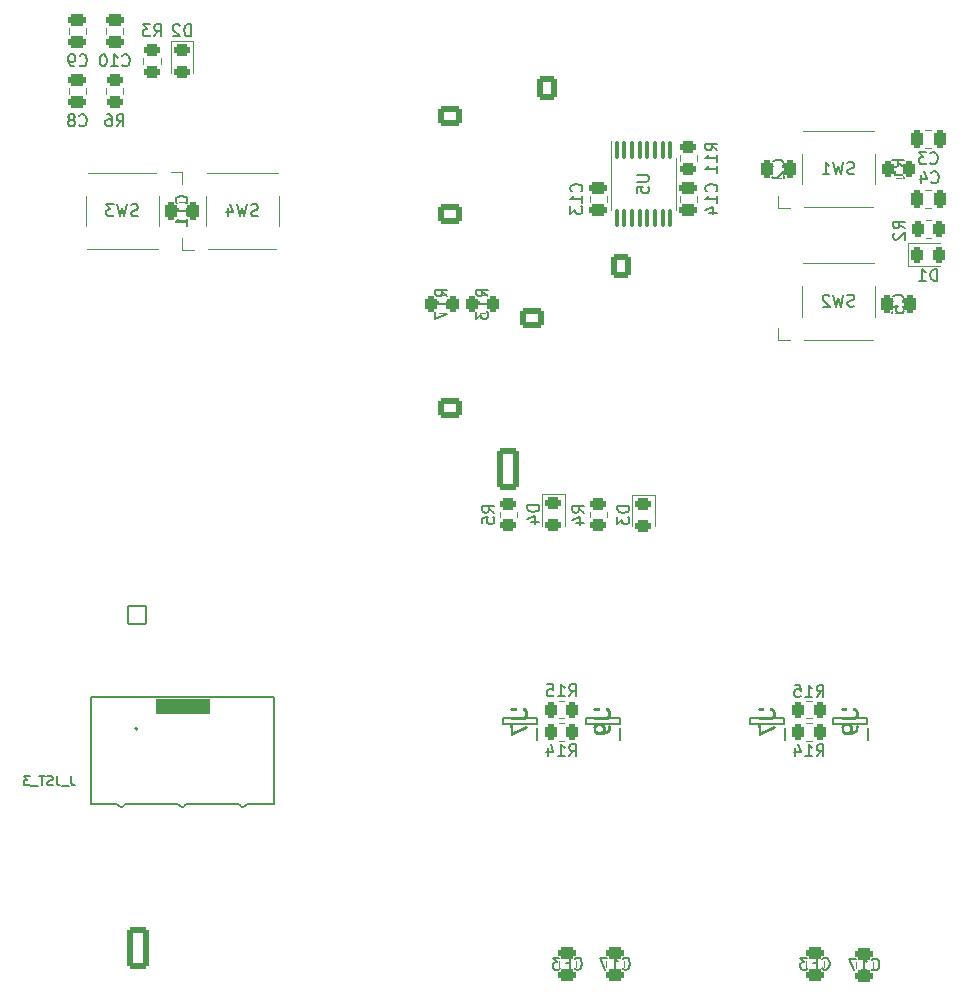
<source format=gbr>
G04 #@! TF.GenerationSoftware,KiCad,Pcbnew,6.0.11+dfsg-1*
G04 #@! TF.CreationDate,2024-10-22T12:29:11+02:00*
G04 #@! TF.ProjectId,kaarten_shieter,6b616172-7465-46e5-9f73-686965746572,rev?*
G04 #@! TF.SameCoordinates,Original*
G04 #@! TF.FileFunction,Legend,Bot*
G04 #@! TF.FilePolarity,Positive*
%FSLAX46Y46*%
G04 Gerber Fmt 4.6, Leading zero omitted, Abs format (unit mm)*
G04 Created by KiCad (PCBNEW 6.0.11+dfsg-1) date 2024-10-22 12:29:11*
%MOMM*%
%LPD*%
G01*
G04 APERTURE LIST*
G04 Aperture macros list*
%AMRoundRect*
0 Rectangle with rounded corners*
0 $1 Rounding radius*
0 $2 $3 $4 $5 $6 $7 $8 $9 X,Y pos of 4 corners*
0 Add a 4 corners polygon primitive as box body*
4,1,4,$2,$3,$4,$5,$6,$7,$8,$9,$2,$3,0*
0 Add four circle primitives for the rounded corners*
1,1,$1+$1,$2,$3*
1,1,$1+$1,$4,$5*
1,1,$1+$1,$6,$7*
1,1,$1+$1,$8,$9*
0 Add four rect primitives between the rounded corners*
20,1,$1+$1,$2,$3,$4,$5,0*
20,1,$1+$1,$4,$5,$6,$7,0*
20,1,$1+$1,$6,$7,$8,$9,0*
20,1,$1+$1,$8,$9,$2,$3,0*%
G04 Aperture macros list end*
%ADD10C,0.150000*%
%ADD11C,0.254000*%
%ADD12C,0.120000*%
%ADD13C,0.200000*%
%ADD14C,0.010000*%
%ADD15R,1.700000X1.700000*%
%ADD16O,1.700000X1.700000*%
%ADD17C,0.500000*%
%ADD18R,1.600000X1.600000*%
%ADD19C,1.600000*%
%ADD20RoundRect,0.250000X-0.650000X-1.550000X0.650000X-1.550000X0.650000X1.550000X-0.650000X1.550000X0*%
%ADD21O,1.800000X3.600000*%
%ADD22C,1.982000*%
%ADD23C,2.490000*%
%ADD24C,1.734000*%
%ADD25RoundRect,0.102000X-0.754000X-0.754000X0.754000X-0.754000X0.754000X0.754000X-0.754000X0.754000X0*%
%ADD26C,1.712000*%
%ADD27C,3.204000*%
%ADD28RoundRect,0.250000X-0.600000X-0.725000X0.600000X-0.725000X0.600000X0.725000X-0.600000X0.725000X0*%
%ADD29O,1.700000X1.950000*%
%ADD30RoundRect,0.250000X0.725000X-0.600000X0.725000X0.600000X-0.725000X0.600000X-0.725000X-0.600000X0*%
%ADD31O,1.950000X1.700000*%
%ADD32O,1.404000X2.604000*%
%ADD33O,1.254000X2.304000*%
%ADD34RoundRect,0.250000X-0.600000X-0.750000X0.600000X-0.750000X0.600000X0.750000X-0.600000X0.750000X0*%
%ADD35O,1.700000X2.000000*%
%ADD36RoundRect,0.250000X0.750000X-0.600000X0.750000X0.600000X-0.750000X0.600000X-0.750000X-0.600000X0*%
%ADD37O,2.000000X1.700000*%
%ADD38C,1.854000*%
%ADD39RoundRect,0.250000X0.250000X0.475000X-0.250000X0.475000X-0.250000X-0.475000X0.250000X-0.475000X0*%
%ADD40RoundRect,0.243750X-0.243750X-0.456250X0.243750X-0.456250X0.243750X0.456250X-0.243750X0.456250X0*%
%ADD41RoundRect,0.250000X0.262500X0.450000X-0.262500X0.450000X-0.262500X-0.450000X0.262500X-0.450000X0*%
%ADD42RoundRect,0.250000X-0.250000X-0.475000X0.250000X-0.475000X0.250000X0.475000X-0.250000X0.475000X0*%
%ADD43RoundRect,0.250000X0.475000X-0.250000X0.475000X0.250000X-0.475000X0.250000X-0.475000X-0.250000X0*%
%ADD44R,1.600000X1.400000*%
%ADD45RoundRect,0.250000X-0.450000X0.262500X-0.450000X-0.262500X0.450000X-0.262500X0.450000X0.262500X0*%
%ADD46RoundRect,0.250000X-0.262500X-0.450000X0.262500X-0.450000X0.262500X0.450000X-0.262500X0.450000X0*%
%ADD47R,0.600000X1.050000*%
%ADD48RoundRect,0.250000X-0.475000X0.250000X-0.475000X-0.250000X0.475000X-0.250000X0.475000X0.250000X0*%
%ADD49RoundRect,0.100000X-0.100000X0.637500X-0.100000X-0.637500X0.100000X-0.637500X0.100000X0.637500X0*%
%ADD50RoundRect,0.243750X-0.456250X0.243750X-0.456250X-0.243750X0.456250X-0.243750X0.456250X0.243750X0*%
G04 APERTURE END LIST*
D10*
X99098142Y-49617333D02*
X99145761Y-49569714D01*
X99193380Y-49426857D01*
X99193380Y-49331619D01*
X99145761Y-49188761D01*
X99050523Y-49093523D01*
X98955285Y-49045904D01*
X98764809Y-48998285D01*
X98621952Y-48998285D01*
X98431476Y-49045904D01*
X98336238Y-49093523D01*
X98241000Y-49188761D01*
X98193380Y-49331619D01*
X98193380Y-49426857D01*
X98241000Y-49569714D01*
X98288619Y-49617333D01*
X98288619Y-49998285D02*
X98241000Y-50045904D01*
X98193380Y-50141142D01*
X98193380Y-50379238D01*
X98241000Y-50474476D01*
X98288619Y-50522095D01*
X98383857Y-50569714D01*
X98479095Y-50569714D01*
X98621952Y-50522095D01*
X99193380Y-49950666D01*
X99193380Y-50569714D01*
X109258142Y-61047333D02*
X109305761Y-60999714D01*
X109353380Y-60856857D01*
X109353380Y-60761619D01*
X109305761Y-60618761D01*
X109210523Y-60523523D01*
X109115285Y-60475904D01*
X108924809Y-60428285D01*
X108781952Y-60428285D01*
X108591476Y-60475904D01*
X108496238Y-60523523D01*
X108401000Y-60618761D01*
X108353380Y-60761619D01*
X108353380Y-60856857D01*
X108401000Y-60999714D01*
X108448619Y-61047333D01*
X108353380Y-61952095D02*
X108353380Y-61475904D01*
X108829571Y-61428285D01*
X108781952Y-61475904D01*
X108734333Y-61571142D01*
X108734333Y-61809238D01*
X108781952Y-61904476D01*
X108829571Y-61952095D01*
X108924809Y-61999714D01*
X109162904Y-61999714D01*
X109258142Y-61952095D01*
X109305761Y-61904476D01*
X109353380Y-61809238D01*
X109353380Y-61571142D01*
X109305761Y-61475904D01*
X109258142Y-61428285D01*
X38856666Y-101182904D02*
X38856666Y-101754333D01*
X38894761Y-101868619D01*
X38970952Y-101944809D01*
X39085238Y-101982904D01*
X39161428Y-101982904D01*
X38666190Y-102059095D02*
X38056666Y-102059095D01*
X37637619Y-101182904D02*
X37637619Y-101754333D01*
X37675714Y-101868619D01*
X37751904Y-101944809D01*
X37866190Y-101982904D01*
X37942380Y-101982904D01*
X37294761Y-101944809D02*
X37180476Y-101982904D01*
X36990000Y-101982904D01*
X36913809Y-101944809D01*
X36875714Y-101906714D01*
X36837619Y-101830523D01*
X36837619Y-101754333D01*
X36875714Y-101678142D01*
X36913809Y-101640047D01*
X36990000Y-101601952D01*
X37142380Y-101563857D01*
X37218571Y-101525761D01*
X37256666Y-101487666D01*
X37294761Y-101411476D01*
X37294761Y-101335285D01*
X37256666Y-101259095D01*
X37218571Y-101221000D01*
X37142380Y-101182904D01*
X36951904Y-101182904D01*
X36837619Y-101221000D01*
X36609047Y-101182904D02*
X36151904Y-101182904D01*
X36380476Y-101982904D02*
X36380476Y-101182904D01*
X36075714Y-102059095D02*
X35466190Y-102059095D01*
X35351904Y-101182904D02*
X34856666Y-101182904D01*
X35123333Y-101487666D01*
X35009047Y-101487666D01*
X34932857Y-101525761D01*
X34894761Y-101563857D01*
X34856666Y-101640047D01*
X34856666Y-101830523D01*
X34894761Y-101906714D01*
X34932857Y-101944809D01*
X35009047Y-101982904D01*
X35237619Y-101982904D01*
X35313809Y-101944809D01*
X35351904Y-101906714D01*
X112179095Y-59253591D02*
X112179095Y-58253591D01*
X111941000Y-58253591D01*
X111798142Y-58301211D01*
X111702904Y-58396449D01*
X111655285Y-58491687D01*
X111607666Y-58682163D01*
X111607666Y-58825020D01*
X111655285Y-59015496D01*
X111702904Y-59110734D01*
X111798142Y-59205972D01*
X111941000Y-59253591D01*
X112179095Y-59253591D01*
X110655285Y-59253591D02*
X111226714Y-59253591D01*
X110941000Y-59253591D02*
X110941000Y-58253591D01*
X111036238Y-58396449D01*
X111131476Y-58491687D01*
X111226714Y-58539306D01*
X101988857Y-99512380D02*
X102322190Y-99036190D01*
X102560285Y-99512380D02*
X102560285Y-98512380D01*
X102179333Y-98512380D01*
X102084095Y-98560000D01*
X102036476Y-98607619D01*
X101988857Y-98702857D01*
X101988857Y-98845714D01*
X102036476Y-98940952D01*
X102084095Y-98988571D01*
X102179333Y-99036190D01*
X102560285Y-99036190D01*
X101036476Y-99512380D02*
X101607904Y-99512380D01*
X101322190Y-99512380D02*
X101322190Y-98512380D01*
X101417428Y-98655238D01*
X101512666Y-98750476D01*
X101607904Y-98798095D01*
X100179333Y-98845714D02*
X100179333Y-99512380D01*
X100417428Y-98464761D02*
X100655523Y-99179047D01*
X100036476Y-99179047D01*
X111697666Y-50903353D02*
X111745285Y-50950972D01*
X111888142Y-50998591D01*
X111983380Y-50998591D01*
X112126238Y-50950972D01*
X112221476Y-50855734D01*
X112269095Y-50760496D01*
X112316714Y-50570020D01*
X112316714Y-50427163D01*
X112269095Y-50236687D01*
X112221476Y-50141449D01*
X112126238Y-50046211D01*
X111983380Y-49998591D01*
X111888142Y-49998591D01*
X111745285Y-50046211D01*
X111697666Y-50093830D01*
X110840523Y-50331925D02*
X110840523Y-50998591D01*
X111078619Y-49950972D02*
X111316714Y-50665258D01*
X110697666Y-50665258D01*
X39576666Y-40997142D02*
X39624285Y-41044761D01*
X39767142Y-41092380D01*
X39862380Y-41092380D01*
X40005238Y-41044761D01*
X40100476Y-40949523D01*
X40148095Y-40854285D01*
X40195714Y-40663809D01*
X40195714Y-40520952D01*
X40148095Y-40330476D01*
X40100476Y-40235238D01*
X40005238Y-40140000D01*
X39862380Y-40092380D01*
X39767142Y-40092380D01*
X39624285Y-40140000D01*
X39576666Y-40187619D01*
X39100476Y-41092380D02*
X38910000Y-41092380D01*
X38814761Y-41044761D01*
X38767142Y-40997142D01*
X38671904Y-40854285D01*
X38624285Y-40663809D01*
X38624285Y-40282857D01*
X38671904Y-40187619D01*
X38719523Y-40140000D01*
X38814761Y-40092380D01*
X39005238Y-40092380D01*
X39100476Y-40140000D01*
X39148095Y-40187619D01*
X39195714Y-40282857D01*
X39195714Y-40520952D01*
X39148095Y-40616190D01*
X39100476Y-40663809D01*
X39005238Y-40711428D01*
X38814761Y-40711428D01*
X38719523Y-40663809D01*
X38671904Y-40616190D01*
X38624285Y-40520952D01*
X44513333Y-53744761D02*
X44370476Y-53792380D01*
X44132380Y-53792380D01*
X44037142Y-53744761D01*
X43989523Y-53697142D01*
X43941904Y-53601904D01*
X43941904Y-53506666D01*
X43989523Y-53411428D01*
X44037142Y-53363809D01*
X44132380Y-53316190D01*
X44322857Y-53268571D01*
X44418095Y-53220952D01*
X44465714Y-53173333D01*
X44513333Y-53078095D01*
X44513333Y-52982857D01*
X44465714Y-52887619D01*
X44418095Y-52840000D01*
X44322857Y-52792380D01*
X44084761Y-52792380D01*
X43941904Y-52840000D01*
X43608571Y-52792380D02*
X43370476Y-53792380D01*
X43180000Y-53078095D01*
X42989523Y-53792380D01*
X42751428Y-52792380D01*
X42465714Y-52792380D02*
X41846666Y-52792380D01*
X42180000Y-53173333D01*
X42037142Y-53173333D01*
X41941904Y-53220952D01*
X41894285Y-53268571D01*
X41846666Y-53363809D01*
X41846666Y-53601904D01*
X41894285Y-53697142D01*
X41941904Y-53744761D01*
X42037142Y-53792380D01*
X42322857Y-53792380D01*
X42418095Y-53744761D01*
X42465714Y-53697142D01*
X74683380Y-78892333D02*
X74207190Y-78559000D01*
X74683380Y-78320904D02*
X73683380Y-78320904D01*
X73683380Y-78701857D01*
X73731000Y-78797095D01*
X73778619Y-78844714D01*
X73873857Y-78892333D01*
X74016714Y-78892333D01*
X74111952Y-78844714D01*
X74159571Y-78797095D01*
X74207190Y-78701857D01*
X74207190Y-78320904D01*
X73683380Y-79797095D02*
X73683380Y-79320904D01*
X74159571Y-79273285D01*
X74111952Y-79320904D01*
X74064333Y-79416142D01*
X74064333Y-79654238D01*
X74111952Y-79749476D01*
X74159571Y-79797095D01*
X74254809Y-79844714D01*
X74492904Y-79844714D01*
X74588142Y-79797095D01*
X74635761Y-79749476D01*
X74683380Y-79654238D01*
X74683380Y-79416142D01*
X74635761Y-79320904D01*
X74588142Y-79273285D01*
X70705880Y-60571142D02*
X70229690Y-60237809D01*
X70705880Y-59999714D02*
X69705880Y-59999714D01*
X69705880Y-60380666D01*
X69753500Y-60475904D01*
X69801119Y-60523523D01*
X69896357Y-60571142D01*
X70039214Y-60571142D01*
X70134452Y-60523523D01*
X70182071Y-60475904D01*
X70229690Y-60380666D01*
X70229690Y-59999714D01*
X70705880Y-61523523D02*
X70705880Y-60952095D01*
X70705880Y-61237809D02*
X69705880Y-61237809D01*
X69848738Y-61142571D01*
X69943976Y-61047333D01*
X69991595Y-60952095D01*
X69705880Y-61856857D02*
X69705880Y-62523523D01*
X70705880Y-62094952D01*
X54673333Y-53744761D02*
X54530476Y-53792380D01*
X54292380Y-53792380D01*
X54197142Y-53744761D01*
X54149523Y-53697142D01*
X54101904Y-53601904D01*
X54101904Y-53506666D01*
X54149523Y-53411428D01*
X54197142Y-53363809D01*
X54292380Y-53316190D01*
X54482857Y-53268571D01*
X54578095Y-53220952D01*
X54625714Y-53173333D01*
X54673333Y-53078095D01*
X54673333Y-52982857D01*
X54625714Y-52887619D01*
X54578095Y-52840000D01*
X54482857Y-52792380D01*
X54244761Y-52792380D01*
X54101904Y-52840000D01*
X53768571Y-52792380D02*
X53530476Y-53792380D01*
X53340000Y-53078095D01*
X53149523Y-53792380D01*
X52911428Y-52792380D01*
X52101904Y-53125714D02*
X52101904Y-53792380D01*
X52340000Y-52744761D02*
X52578095Y-53459047D01*
X51959047Y-53459047D01*
X45886666Y-38552380D02*
X46220000Y-38076190D01*
X46458095Y-38552380D02*
X46458095Y-37552380D01*
X46077142Y-37552380D01*
X45981904Y-37600000D01*
X45934285Y-37647619D01*
X45886666Y-37742857D01*
X45886666Y-37885714D01*
X45934285Y-37980952D01*
X45981904Y-38028571D01*
X46077142Y-38076190D01*
X46458095Y-38076190D01*
X45553333Y-37552380D02*
X44934285Y-37552380D01*
X45267619Y-37933333D01*
X45124761Y-37933333D01*
X45029523Y-37980952D01*
X44981904Y-38028571D01*
X44934285Y-38123809D01*
X44934285Y-38361904D01*
X44981904Y-38457142D01*
X45029523Y-38504761D01*
X45124761Y-38552380D01*
X45410476Y-38552380D01*
X45505714Y-38504761D01*
X45553333Y-38457142D01*
X48617142Y-52697142D02*
X48664761Y-52649523D01*
X48712380Y-52506666D01*
X48712380Y-52411428D01*
X48664761Y-52268571D01*
X48569523Y-52173333D01*
X48474285Y-52125714D01*
X48283809Y-52078095D01*
X48140952Y-52078095D01*
X47950476Y-52125714D01*
X47855238Y-52173333D01*
X47760000Y-52268571D01*
X47712380Y-52411428D01*
X47712380Y-52506666D01*
X47760000Y-52649523D01*
X47807619Y-52697142D01*
X48712380Y-53649523D02*
X48712380Y-53078095D01*
X48712380Y-53363809D02*
X47712380Y-53363809D01*
X47855238Y-53268571D01*
X47950476Y-53173333D01*
X47998095Y-53078095D01*
X48712380Y-54601904D02*
X48712380Y-54030476D01*
X48712380Y-54316190D02*
X47712380Y-54316190D01*
X47855238Y-54220952D01*
X47950476Y-54125714D01*
X47998095Y-54030476D01*
X111607666Y-49281142D02*
X111655285Y-49328761D01*
X111798142Y-49376380D01*
X111893380Y-49376380D01*
X112036238Y-49328761D01*
X112131476Y-49233523D01*
X112179095Y-49138285D01*
X112226714Y-48947809D01*
X112226714Y-48804952D01*
X112179095Y-48614476D01*
X112131476Y-48519238D01*
X112036238Y-48424000D01*
X111893380Y-48376380D01*
X111798142Y-48376380D01*
X111655285Y-48424000D01*
X111607666Y-48471619D01*
X111274333Y-48376380D02*
X110655285Y-48376380D01*
X110988619Y-48757333D01*
X110845761Y-48757333D01*
X110750523Y-48804952D01*
X110702904Y-48852571D01*
X110655285Y-48947809D01*
X110655285Y-49185904D01*
X110702904Y-49281142D01*
X110750523Y-49328761D01*
X110845761Y-49376380D01*
X111131476Y-49376380D01*
X111226714Y-49328761D01*
X111274333Y-49281142D01*
D11*
X97094523Y-95552380D02*
X98122619Y-95552380D01*
X98243571Y-95612857D01*
X98304047Y-95673333D01*
X98364523Y-95794285D01*
X98364523Y-96036190D01*
X98304047Y-96157142D01*
X98243571Y-96217619D01*
X98122619Y-96278095D01*
X97094523Y-96278095D01*
X97094523Y-96761904D02*
X97094523Y-97608571D01*
X98364523Y-97064285D01*
D10*
X81033857Y-94437172D02*
X81367190Y-93960982D01*
X81605285Y-94437172D02*
X81605285Y-93437172D01*
X81224333Y-93437172D01*
X81129095Y-93484792D01*
X81081476Y-93532411D01*
X81033857Y-93627649D01*
X81033857Y-93770506D01*
X81081476Y-93865744D01*
X81129095Y-93913363D01*
X81224333Y-93960982D01*
X81605285Y-93960982D01*
X80081476Y-94437172D02*
X80652904Y-94437172D01*
X80367190Y-94437172D02*
X80367190Y-93437172D01*
X80462428Y-93580030D01*
X80557666Y-93675268D01*
X80652904Y-93722887D01*
X79176714Y-93437172D02*
X79652904Y-93437172D01*
X79700523Y-93913363D01*
X79652904Y-93865744D01*
X79557666Y-93818125D01*
X79319571Y-93818125D01*
X79224333Y-93865744D01*
X79176714Y-93913363D01*
X79129095Y-94008601D01*
X79129095Y-94246696D01*
X79176714Y-94341934D01*
X79224333Y-94389553D01*
X79319571Y-94437172D01*
X79557666Y-94437172D01*
X79652904Y-94389553D01*
X79700523Y-94341934D01*
X109443380Y-54824544D02*
X108967190Y-54491211D01*
X109443380Y-54253115D02*
X108443380Y-54253115D01*
X108443380Y-54634068D01*
X108491000Y-54729306D01*
X108538619Y-54776925D01*
X108633857Y-54824544D01*
X108776714Y-54824544D01*
X108871952Y-54776925D01*
X108919571Y-54729306D01*
X108967190Y-54634068D01*
X108967190Y-54253115D01*
X108538619Y-55205496D02*
X108491000Y-55253115D01*
X108443380Y-55348353D01*
X108443380Y-55586449D01*
X108491000Y-55681687D01*
X108538619Y-55729306D01*
X108633857Y-55776925D01*
X108729095Y-55776925D01*
X108871952Y-55729306D01*
X109443380Y-55157877D01*
X109443380Y-55776925D01*
X85562617Y-117476780D02*
X85610236Y-117524399D01*
X85753093Y-117572018D01*
X85848331Y-117572018D01*
X85991188Y-117524399D01*
X86086426Y-117429161D01*
X86134045Y-117333923D01*
X86181664Y-117143447D01*
X86181664Y-117000590D01*
X86134045Y-116810114D01*
X86086426Y-116714876D01*
X85991188Y-116619638D01*
X85848331Y-116572018D01*
X85753093Y-116572018D01*
X85610236Y-116619638D01*
X85562617Y-116667257D01*
X84610236Y-117572018D02*
X85181664Y-117572018D01*
X84895950Y-117572018D02*
X84895950Y-116572018D01*
X84991188Y-116714876D01*
X85086426Y-116810114D01*
X85181664Y-116857733D01*
X84276902Y-116572018D02*
X83610236Y-116572018D01*
X84038807Y-117572018D01*
X39556666Y-46077142D02*
X39604285Y-46124761D01*
X39747142Y-46172380D01*
X39842380Y-46172380D01*
X39985238Y-46124761D01*
X40080476Y-46029523D01*
X40128095Y-45934285D01*
X40175714Y-45743809D01*
X40175714Y-45600952D01*
X40128095Y-45410476D01*
X40080476Y-45315238D01*
X39985238Y-45220000D01*
X39842380Y-45172380D01*
X39747142Y-45172380D01*
X39604285Y-45220000D01*
X39556666Y-45267619D01*
X38985238Y-45600952D02*
X39080476Y-45553333D01*
X39128095Y-45505714D01*
X39175714Y-45410476D01*
X39175714Y-45362857D01*
X39128095Y-45267619D01*
X39080476Y-45220000D01*
X38985238Y-45172380D01*
X38794761Y-45172380D01*
X38699523Y-45220000D01*
X38651904Y-45267619D01*
X38604285Y-45362857D01*
X38604285Y-45410476D01*
X38651904Y-45505714D01*
X38699523Y-45553333D01*
X38794761Y-45600952D01*
X38985238Y-45600952D01*
X39080476Y-45648571D01*
X39128095Y-45696190D01*
X39175714Y-45791428D01*
X39175714Y-45981904D01*
X39128095Y-46077142D01*
X39080476Y-46124761D01*
X38985238Y-46172380D01*
X38794761Y-46172380D01*
X38699523Y-46124761D01*
X38651904Y-46077142D01*
X38604285Y-45981904D01*
X38604285Y-45791428D01*
X38651904Y-45696190D01*
X38699523Y-45648571D01*
X38794761Y-45600952D01*
X86763380Y-50292095D02*
X87572904Y-50292095D01*
X87668142Y-50339714D01*
X87715761Y-50387333D01*
X87763380Y-50482571D01*
X87763380Y-50673047D01*
X87715761Y-50768285D01*
X87668142Y-50815904D01*
X87572904Y-50863523D01*
X86763380Y-50863523D01*
X86763380Y-51815904D02*
X86763380Y-51339714D01*
X87239571Y-51292095D01*
X87191952Y-51339714D01*
X87144333Y-51434952D01*
X87144333Y-51673047D01*
X87191952Y-51768285D01*
X87239571Y-51815904D01*
X87334809Y-51863523D01*
X87572904Y-51863523D01*
X87668142Y-51815904D01*
X87715761Y-51768285D01*
X87763380Y-51673047D01*
X87763380Y-51434952D01*
X87715761Y-51339714D01*
X87668142Y-51292095D01*
X93473142Y-51681142D02*
X93520761Y-51633523D01*
X93568380Y-51490666D01*
X93568380Y-51395428D01*
X93520761Y-51252571D01*
X93425523Y-51157333D01*
X93330285Y-51109714D01*
X93139809Y-51062095D01*
X92996952Y-51062095D01*
X92806476Y-51109714D01*
X92711238Y-51157333D01*
X92616000Y-51252571D01*
X92568380Y-51395428D01*
X92568380Y-51490666D01*
X92616000Y-51633523D01*
X92663619Y-51681142D01*
X93568380Y-52633523D02*
X93568380Y-52062095D01*
X93568380Y-52347809D02*
X92568380Y-52347809D01*
X92711238Y-52252571D01*
X92806476Y-52157333D01*
X92854095Y-52062095D01*
X92901714Y-53490666D02*
X93568380Y-53490666D01*
X92520761Y-53252571D02*
X93235047Y-53014476D01*
X93235047Y-53633523D01*
X106648857Y-117549642D02*
X106696476Y-117597261D01*
X106839333Y-117644880D01*
X106934571Y-117644880D01*
X107077428Y-117597261D01*
X107172666Y-117502023D01*
X107220285Y-117406785D01*
X107267904Y-117216309D01*
X107267904Y-117073452D01*
X107220285Y-116882976D01*
X107172666Y-116787738D01*
X107077428Y-116692500D01*
X106934571Y-116644880D01*
X106839333Y-116644880D01*
X106696476Y-116692500D01*
X106648857Y-116740119D01*
X105696476Y-117644880D02*
X106267904Y-117644880D01*
X105982190Y-117644880D02*
X105982190Y-116644880D01*
X106077428Y-116787738D01*
X106172666Y-116882976D01*
X106267904Y-116930595D01*
X105363142Y-116644880D02*
X104696476Y-116644880D01*
X105125047Y-117644880D01*
X82303380Y-78892333D02*
X81827190Y-78559000D01*
X82303380Y-78320904D02*
X81303380Y-78320904D01*
X81303380Y-78701857D01*
X81351000Y-78797095D01*
X81398619Y-78844714D01*
X81493857Y-78892333D01*
X81636714Y-78892333D01*
X81731952Y-78844714D01*
X81779571Y-78797095D01*
X81827190Y-78701857D01*
X81827190Y-78320904D01*
X81636714Y-79749476D02*
X82303380Y-79749476D01*
X81255761Y-79511380D02*
X81970047Y-79273285D01*
X81970047Y-79892333D01*
X43197857Y-40997142D02*
X43245476Y-41044761D01*
X43388333Y-41092380D01*
X43483571Y-41092380D01*
X43626428Y-41044761D01*
X43721666Y-40949523D01*
X43769285Y-40854285D01*
X43816904Y-40663809D01*
X43816904Y-40520952D01*
X43769285Y-40330476D01*
X43721666Y-40235238D01*
X43626428Y-40140000D01*
X43483571Y-40092380D01*
X43388333Y-40092380D01*
X43245476Y-40140000D01*
X43197857Y-40187619D01*
X42245476Y-41092380D02*
X42816904Y-41092380D01*
X42531190Y-41092380D02*
X42531190Y-40092380D01*
X42626428Y-40235238D01*
X42721666Y-40330476D01*
X42816904Y-40378095D01*
X41626428Y-40092380D02*
X41531190Y-40092380D01*
X41435952Y-40140000D01*
X41388333Y-40187619D01*
X41340714Y-40282857D01*
X41293095Y-40473333D01*
X41293095Y-40711428D01*
X41340714Y-40901904D01*
X41388333Y-40997142D01*
X41435952Y-41044761D01*
X41531190Y-41092380D01*
X41626428Y-41092380D01*
X41721666Y-41044761D01*
X41769285Y-40997142D01*
X41816904Y-40901904D01*
X41864523Y-40711428D01*
X41864523Y-40473333D01*
X41816904Y-40282857D01*
X41769285Y-40187619D01*
X41721666Y-40140000D01*
X41626428Y-40092380D01*
X81033857Y-99512380D02*
X81367190Y-99036190D01*
X81605285Y-99512380D02*
X81605285Y-98512380D01*
X81224333Y-98512380D01*
X81129095Y-98560000D01*
X81081476Y-98607619D01*
X81033857Y-98702857D01*
X81033857Y-98845714D01*
X81081476Y-98940952D01*
X81129095Y-98988571D01*
X81224333Y-99036190D01*
X81605285Y-99036190D01*
X80081476Y-99512380D02*
X80652904Y-99512380D01*
X80367190Y-99512380D02*
X80367190Y-98512380D01*
X80462428Y-98655238D01*
X80557666Y-98750476D01*
X80652904Y-98798095D01*
X79224333Y-98845714D02*
X79224333Y-99512380D01*
X79462428Y-98464761D02*
X79700523Y-99179047D01*
X79081476Y-99179047D01*
X48998095Y-38552380D02*
X48998095Y-37552380D01*
X48760000Y-37552380D01*
X48617142Y-37600000D01*
X48521904Y-37695238D01*
X48474285Y-37790476D01*
X48426666Y-37980952D01*
X48426666Y-38123809D01*
X48474285Y-38314285D01*
X48521904Y-38409523D01*
X48617142Y-38504761D01*
X48760000Y-38552380D01*
X48998095Y-38552380D01*
X48045714Y-37647619D02*
X47998095Y-37600000D01*
X47902857Y-37552380D01*
X47664761Y-37552380D01*
X47569523Y-37600000D01*
X47521904Y-37647619D01*
X47474285Y-37742857D01*
X47474285Y-37838095D01*
X47521904Y-37980952D01*
X48093333Y-38552380D01*
X47474285Y-38552380D01*
X78493380Y-78255904D02*
X77493380Y-78255904D01*
X77493380Y-78494000D01*
X77541000Y-78636857D01*
X77636238Y-78732095D01*
X77731476Y-78779714D01*
X77921952Y-78827333D01*
X78064809Y-78827333D01*
X78255285Y-78779714D01*
X78350523Y-78732095D01*
X78445761Y-78636857D01*
X78493380Y-78494000D01*
X78493380Y-78255904D01*
X77826714Y-79684476D02*
X78493380Y-79684476D01*
X77445761Y-79446380D02*
X78160047Y-79208285D01*
X78160047Y-79827333D01*
X105154333Y-50188761D02*
X105011476Y-50236380D01*
X104773380Y-50236380D01*
X104678142Y-50188761D01*
X104630523Y-50141142D01*
X104582904Y-50045904D01*
X104582904Y-49950666D01*
X104630523Y-49855428D01*
X104678142Y-49807809D01*
X104773380Y-49760190D01*
X104963857Y-49712571D01*
X105059095Y-49664952D01*
X105106714Y-49617333D01*
X105154333Y-49522095D01*
X105154333Y-49426857D01*
X105106714Y-49331619D01*
X105059095Y-49284000D01*
X104963857Y-49236380D01*
X104725761Y-49236380D01*
X104582904Y-49284000D01*
X104249571Y-49236380D02*
X104011476Y-50236380D01*
X103821000Y-49522095D01*
X103630523Y-50236380D01*
X103392428Y-49236380D01*
X102487666Y-50236380D02*
X103059095Y-50236380D01*
X102773380Y-50236380D02*
X102773380Y-49236380D01*
X102868619Y-49379238D01*
X102963857Y-49474476D01*
X103059095Y-49522095D01*
D11*
X104124523Y-95552380D02*
X105152619Y-95552380D01*
X105273571Y-95612857D01*
X105334047Y-95673333D01*
X105394523Y-95794285D01*
X105394523Y-96036190D01*
X105334047Y-96157142D01*
X105273571Y-96217619D01*
X105152619Y-96278095D01*
X104124523Y-96278095D01*
X105394523Y-96943333D02*
X105394523Y-97185238D01*
X105334047Y-97306190D01*
X105273571Y-97366666D01*
X105092142Y-97487619D01*
X104850238Y-97548095D01*
X104366428Y-97548095D01*
X104245476Y-97487619D01*
X104185000Y-97427142D01*
X104124523Y-97306190D01*
X104124523Y-97064285D01*
X104185000Y-96943333D01*
X104245476Y-96882857D01*
X104366428Y-96822380D01*
X104668809Y-96822380D01*
X104789761Y-96882857D01*
X104850238Y-96943333D01*
X104910714Y-97064285D01*
X104910714Y-97306190D01*
X104850238Y-97427142D01*
X104789761Y-97487619D01*
X104668809Y-97548095D01*
D10*
X101988857Y-94477172D02*
X102322190Y-94000982D01*
X102560285Y-94477172D02*
X102560285Y-93477172D01*
X102179333Y-93477172D01*
X102084095Y-93524792D01*
X102036476Y-93572411D01*
X101988857Y-93667649D01*
X101988857Y-93810506D01*
X102036476Y-93905744D01*
X102084095Y-93953363D01*
X102179333Y-94000982D01*
X102560285Y-94000982D01*
X101036476Y-94477172D02*
X101607904Y-94477172D01*
X101322190Y-94477172D02*
X101322190Y-93477172D01*
X101417428Y-93620030D01*
X101512666Y-93715268D01*
X101607904Y-93762887D01*
X100131714Y-93477172D02*
X100607904Y-93477172D01*
X100655523Y-93953363D01*
X100607904Y-93905744D01*
X100512666Y-93858125D01*
X100274571Y-93858125D01*
X100179333Y-93905744D01*
X100131714Y-93953363D01*
X100084095Y-94048601D01*
X100084095Y-94286696D01*
X100131714Y-94381934D01*
X100179333Y-94429553D01*
X100274571Y-94477172D01*
X100512666Y-94477172D01*
X100607904Y-94429553D01*
X100655523Y-94381934D01*
X105154333Y-61388761D02*
X105011476Y-61436380D01*
X104773380Y-61436380D01*
X104678142Y-61388761D01*
X104630523Y-61341142D01*
X104582904Y-61245904D01*
X104582904Y-61150666D01*
X104630523Y-61055428D01*
X104678142Y-61007809D01*
X104773380Y-60960190D01*
X104963857Y-60912571D01*
X105059095Y-60864952D01*
X105106714Y-60817333D01*
X105154333Y-60722095D01*
X105154333Y-60626857D01*
X105106714Y-60531619D01*
X105059095Y-60484000D01*
X104963857Y-60436380D01*
X104725761Y-60436380D01*
X104582904Y-60484000D01*
X104249571Y-60436380D02*
X104011476Y-61436380D01*
X103821000Y-60722095D01*
X103630523Y-61436380D01*
X103392428Y-60436380D01*
X103059095Y-60531619D02*
X103011476Y-60484000D01*
X102916238Y-60436380D01*
X102678142Y-60436380D01*
X102582904Y-60484000D01*
X102535285Y-60531619D01*
X102487666Y-60626857D01*
X102487666Y-60722095D01*
X102535285Y-60864952D01*
X103106714Y-61436380D01*
X102487666Y-61436380D01*
X93568380Y-48211142D02*
X93092190Y-47877809D01*
X93568380Y-47639714D02*
X92568380Y-47639714D01*
X92568380Y-48020666D01*
X92616000Y-48115904D01*
X92663619Y-48163523D01*
X92758857Y-48211142D01*
X92901714Y-48211142D01*
X92996952Y-48163523D01*
X93044571Y-48115904D01*
X93092190Y-48020666D01*
X93092190Y-47639714D01*
X93568380Y-49163523D02*
X93568380Y-48592095D01*
X93568380Y-48877809D02*
X92568380Y-48877809D01*
X92711238Y-48782571D01*
X92806476Y-48687333D01*
X92854095Y-48592095D01*
X93568380Y-50115904D02*
X93568380Y-49544476D01*
X93568380Y-49830190D02*
X92568380Y-49830190D01*
X92711238Y-49734952D01*
X92806476Y-49639714D01*
X92854095Y-49544476D01*
X109353380Y-49617333D02*
X108877190Y-49284000D01*
X109353380Y-49045904D02*
X108353380Y-49045904D01*
X108353380Y-49426857D01*
X108401000Y-49522095D01*
X108448619Y-49569714D01*
X108543857Y-49617333D01*
X108686714Y-49617333D01*
X108781952Y-49569714D01*
X108829571Y-49522095D01*
X108877190Y-49426857D01*
X108877190Y-49045904D01*
X109353380Y-50569714D02*
X109353380Y-49998285D01*
X109353380Y-50284000D02*
X108353380Y-50284000D01*
X108496238Y-50188761D01*
X108591476Y-50093523D01*
X108639095Y-49998285D01*
X81498807Y-117476779D02*
X81546426Y-117524398D01*
X81689283Y-117572017D01*
X81784521Y-117572017D01*
X81927379Y-117524398D01*
X82022617Y-117429160D01*
X82070236Y-117333922D01*
X82117855Y-117143446D01*
X82117855Y-117000589D01*
X82070236Y-116810113D01*
X82022617Y-116714875D01*
X81927379Y-116619637D01*
X81784521Y-116572017D01*
X81689283Y-116572017D01*
X81546426Y-116619637D01*
X81498807Y-116667256D01*
X81070236Y-117048208D02*
X80736902Y-117048208D01*
X80594045Y-117572017D02*
X81070236Y-117572017D01*
X81070236Y-116572017D01*
X80594045Y-116572017D01*
X80260712Y-116572017D02*
X79641664Y-116572017D01*
X79974998Y-116952970D01*
X79832140Y-116952970D01*
X79736902Y-117000589D01*
X79689283Y-117048208D01*
X79641664Y-117143446D01*
X79641664Y-117381541D01*
X79689283Y-117476779D01*
X79736902Y-117524398D01*
X79832140Y-117572017D01*
X80117855Y-117572017D01*
X80213093Y-117524398D01*
X80260712Y-117476779D01*
X86113380Y-78320904D02*
X85113380Y-78320904D01*
X85113380Y-78559000D01*
X85161000Y-78701857D01*
X85256238Y-78797095D01*
X85351476Y-78844714D01*
X85541952Y-78892333D01*
X85684809Y-78892333D01*
X85875285Y-78844714D01*
X85970523Y-78797095D01*
X86065761Y-78701857D01*
X86113380Y-78559000D01*
X86113380Y-78320904D01*
X85113380Y-79225666D02*
X85113380Y-79844714D01*
X85494333Y-79511380D01*
X85494333Y-79654238D01*
X85541952Y-79749476D01*
X85589571Y-79797095D01*
X85684809Y-79844714D01*
X85922904Y-79844714D01*
X86018142Y-79797095D01*
X86065761Y-79749476D01*
X86113380Y-79654238D01*
X86113380Y-79368523D01*
X86065761Y-79273285D01*
X86018142Y-79225666D01*
X82043142Y-51681142D02*
X82090761Y-51633523D01*
X82138380Y-51490666D01*
X82138380Y-51395428D01*
X82090761Y-51252571D01*
X81995523Y-51157333D01*
X81900285Y-51109714D01*
X81709809Y-51062095D01*
X81566952Y-51062095D01*
X81376476Y-51109714D01*
X81281238Y-51157333D01*
X81186000Y-51252571D01*
X81138380Y-51395428D01*
X81138380Y-51490666D01*
X81186000Y-51633523D01*
X81233619Y-51681142D01*
X82138380Y-52633523D02*
X82138380Y-52062095D01*
X82138380Y-52347809D02*
X81138380Y-52347809D01*
X81281238Y-52252571D01*
X81376476Y-52157333D01*
X81424095Y-52062095D01*
X81138380Y-52966857D02*
X81138380Y-53585904D01*
X81519333Y-53252571D01*
X81519333Y-53395428D01*
X81566952Y-53490666D01*
X81614571Y-53538285D01*
X81709809Y-53585904D01*
X81947904Y-53585904D01*
X82043142Y-53538285D01*
X82090761Y-53490666D01*
X82138380Y-53395428D01*
X82138380Y-53109714D01*
X82090761Y-53014476D01*
X82043142Y-52966857D01*
D11*
X83169523Y-95552380D02*
X84197619Y-95552380D01*
X84318571Y-95612857D01*
X84379047Y-95673333D01*
X84439523Y-95794285D01*
X84439523Y-96036190D01*
X84379047Y-96157142D01*
X84318571Y-96217619D01*
X84197619Y-96278095D01*
X83169523Y-96278095D01*
X84439523Y-96943333D02*
X84439523Y-97185238D01*
X84379047Y-97306190D01*
X84318571Y-97366666D01*
X84137142Y-97487619D01*
X83895238Y-97548095D01*
X83411428Y-97548095D01*
X83290476Y-97487619D01*
X83230000Y-97427142D01*
X83169523Y-97306190D01*
X83169523Y-97064285D01*
X83230000Y-96943333D01*
X83290476Y-96882857D01*
X83411428Y-96822380D01*
X83713809Y-96822380D01*
X83834761Y-96882857D01*
X83895238Y-96943333D01*
X83955714Y-97064285D01*
X83955714Y-97306190D01*
X83895238Y-97427142D01*
X83834761Y-97487619D01*
X83713809Y-97548095D01*
D10*
X74150880Y-60571142D02*
X73674690Y-60237809D01*
X74150880Y-59999714D02*
X73150880Y-59999714D01*
X73150880Y-60380666D01*
X73198500Y-60475904D01*
X73246119Y-60523523D01*
X73341357Y-60571142D01*
X73484214Y-60571142D01*
X73579452Y-60523523D01*
X73627071Y-60475904D01*
X73674690Y-60380666D01*
X73674690Y-59999714D01*
X74150880Y-61523523D02*
X74150880Y-60952095D01*
X74150880Y-61237809D02*
X73150880Y-61237809D01*
X73293738Y-61142571D01*
X73388976Y-61047333D01*
X73436595Y-60952095D01*
X73150880Y-61856857D02*
X73150880Y-62475904D01*
X73531833Y-62142571D01*
X73531833Y-62285428D01*
X73579452Y-62380666D01*
X73627071Y-62428285D01*
X73722309Y-62475904D01*
X73960404Y-62475904D01*
X74055642Y-62428285D01*
X74103261Y-62380666D01*
X74150880Y-62285428D01*
X74150880Y-61999714D01*
X74103261Y-61904476D01*
X74055642Y-61856857D01*
D11*
X76139523Y-95552380D02*
X77167619Y-95552380D01*
X77288571Y-95612857D01*
X77349047Y-95673333D01*
X77409523Y-95794285D01*
X77409523Y-96036190D01*
X77349047Y-96157142D01*
X77288571Y-96217619D01*
X77167619Y-96278095D01*
X76139523Y-96278095D01*
X76139523Y-96761904D02*
X76139523Y-97608571D01*
X77409523Y-97064285D01*
D10*
X42721666Y-46172380D02*
X43055000Y-45696190D01*
X43293095Y-46172380D02*
X43293095Y-45172380D01*
X42912142Y-45172380D01*
X42816904Y-45220000D01*
X42769285Y-45267619D01*
X42721666Y-45362857D01*
X42721666Y-45505714D01*
X42769285Y-45600952D01*
X42816904Y-45648571D01*
X42912142Y-45696190D01*
X43293095Y-45696190D01*
X41864523Y-45172380D02*
X42055000Y-45172380D01*
X42150238Y-45220000D01*
X42197857Y-45267619D01*
X42293095Y-45410476D01*
X42340714Y-45600952D01*
X42340714Y-45981904D01*
X42293095Y-46077142D01*
X42245476Y-46124761D01*
X42150238Y-46172380D01*
X41959761Y-46172380D01*
X41864523Y-46124761D01*
X41816904Y-46077142D01*
X41769285Y-45981904D01*
X41769285Y-45743809D01*
X41816904Y-45648571D01*
X41864523Y-45600952D01*
X41959761Y-45553333D01*
X42150238Y-45553333D01*
X42245476Y-45600952D01*
X42293095Y-45648571D01*
X42340714Y-45743809D01*
X102453807Y-117476779D02*
X102501426Y-117524398D01*
X102644283Y-117572017D01*
X102739521Y-117572017D01*
X102882379Y-117524398D01*
X102977617Y-117429160D01*
X103025236Y-117333922D01*
X103072855Y-117143446D01*
X103072855Y-117000589D01*
X103025236Y-116810113D01*
X102977617Y-116714875D01*
X102882379Y-116619637D01*
X102739521Y-116572017D01*
X102644283Y-116572017D01*
X102501426Y-116619637D01*
X102453807Y-116667256D01*
X102025236Y-117048208D02*
X101691902Y-117048208D01*
X101549045Y-117572017D02*
X102025236Y-117572017D01*
X102025236Y-116572017D01*
X101549045Y-116572017D01*
X101215712Y-116572017D02*
X100596664Y-116572017D01*
X100929998Y-116952970D01*
X100787140Y-116952970D01*
X100691902Y-117000589D01*
X100644283Y-117048208D01*
X100596664Y-117143446D01*
X100596664Y-117381541D01*
X100644283Y-117476779D01*
X100691902Y-117524398D01*
X100787140Y-117572017D01*
X101072855Y-117572017D01*
X101168093Y-117524398D01*
X101215712Y-117476779D01*
D12*
X99002252Y-49049000D02*
X98479748Y-49049000D01*
X99002252Y-50519000D02*
X98479748Y-50519000D01*
X109162252Y-61949000D02*
X108639748Y-61949000D01*
X109162252Y-60479000D02*
X108639748Y-60479000D01*
D13*
X42770000Y-103585000D02*
X40520000Y-103585000D01*
X56000000Y-94535000D02*
X56000000Y-103585000D01*
X53090000Y-103585000D02*
X48570000Y-103585000D01*
X53730000Y-103585000D02*
X56000000Y-103585000D01*
X40520000Y-103585000D02*
X40520000Y-94535000D01*
X40520000Y-94535000D02*
X56000000Y-94535000D01*
X47930000Y-103585000D02*
X43410000Y-103585000D01*
X47930000Y-103585000D02*
G75*
G03*
X48570000Y-103585000I320000J125001D01*
G01*
X53090000Y-103585000D02*
G75*
G03*
X53730000Y-103585000I320000J125001D01*
G01*
X42770000Y-103585000D02*
G75*
G03*
X43410000Y-103585000I320000J125001D01*
G01*
X44460000Y-97190000D02*
G75*
G03*
X44460000Y-97190000I-100000J0D01*
G01*
G36*
X50510000Y-95885000D02*
G01*
X46010000Y-95885000D01*
X46010000Y-94635000D01*
X50510000Y-94635000D01*
X50510000Y-95885000D01*
G37*
D14*
X50510000Y-95885000D02*
X46010000Y-95885000D01*
X46010000Y-94635000D01*
X50510000Y-94635000D01*
X50510000Y-95885000D01*
D12*
X109756000Y-57995250D02*
X109756000Y-56075250D01*
X112441000Y-57995250D02*
X109756000Y-57995250D01*
X109756000Y-56075250D02*
X112441000Y-56075250D01*
X101573064Y-98194800D02*
X101118936Y-98194800D01*
X101573064Y-96724800D02*
X101118936Y-96724800D01*
X111179748Y-53059000D02*
X111702252Y-53059000D01*
X111179748Y-51589000D02*
X111702252Y-51589000D01*
X38655000Y-38361252D02*
X38655000Y-37838748D01*
X40125000Y-38361252D02*
X40125000Y-37838748D01*
X40180000Y-56590000D02*
X46180000Y-56590000D01*
X48280000Y-50040000D02*
X47280000Y-50040000D01*
X40280000Y-50090000D02*
X46080000Y-50090000D01*
X48280000Y-51040000D02*
X48280000Y-50040000D01*
X46280000Y-52040000D02*
X46280000Y-54640000D01*
X40080000Y-52040000D02*
X40080000Y-54640000D01*
X75146000Y-78831936D02*
X75146000Y-79286064D01*
X76616000Y-78831936D02*
X76616000Y-79286064D01*
X70026436Y-60479000D02*
X70480564Y-60479000D01*
X70026436Y-61949000D02*
X70480564Y-61949000D01*
X48240000Y-56640000D02*
X49240000Y-56640000D01*
X56240000Y-56590000D02*
X50440000Y-56590000D01*
X56340000Y-50090000D02*
X50340000Y-50090000D01*
X56440000Y-54640000D02*
X56440000Y-52040000D01*
X48240000Y-55640000D02*
X48240000Y-56640000D01*
X50240000Y-54640000D02*
X50240000Y-52040000D01*
X44985000Y-40412936D02*
X44985000Y-40867064D01*
X46455000Y-40412936D02*
X46455000Y-40867064D01*
X48521252Y-52605000D02*
X47998748Y-52605000D01*
X48521252Y-54075000D02*
X47998748Y-54075000D01*
X111179748Y-46509000D02*
X111702252Y-46509000D01*
X111179748Y-47979000D02*
X111702252Y-47979000D01*
D13*
X96340000Y-96295000D02*
X96340000Y-96745000D01*
X99240000Y-96295000D02*
X96340000Y-96295000D01*
X99240000Y-96745000D02*
X99240000Y-96295000D01*
X96340000Y-96745000D02*
X99240000Y-96745000D01*
X99290000Y-98145000D02*
X99290000Y-97095000D01*
D12*
X80163936Y-96289800D02*
X80618064Y-96289800D01*
X80163936Y-94819800D02*
X80618064Y-94819800D01*
X111213936Y-55599000D02*
X111668064Y-55599000D01*
X111213936Y-54129000D02*
X111668064Y-54129000D01*
X84184760Y-116858386D02*
X84184760Y-117380890D01*
X85654760Y-116858386D02*
X85654760Y-117380890D01*
X40125000Y-42918748D02*
X40125000Y-43441252D01*
X38655000Y-42918748D02*
X38655000Y-43441252D01*
X84576000Y-51054000D02*
X84576000Y-53254000D01*
X90046000Y-51054000D02*
X90046000Y-53254000D01*
X84576000Y-51054000D02*
X84576000Y-47454000D01*
X90046000Y-51054000D02*
X90046000Y-48854000D01*
X90386000Y-52062748D02*
X90386000Y-52585252D01*
X91856000Y-52062748D02*
X91856000Y-52585252D01*
X105271000Y-116931248D02*
X105271000Y-117453752D01*
X106741000Y-116931248D02*
X106741000Y-117453752D01*
X84236000Y-78831936D02*
X84236000Y-79286064D01*
X82766000Y-78831936D02*
X82766000Y-79286064D01*
X43290000Y-38361252D02*
X43290000Y-37838748D01*
X41820000Y-38361252D02*
X41820000Y-37838748D01*
X80618064Y-96724800D02*
X80163936Y-96724800D01*
X80618064Y-98194800D02*
X80163936Y-98194800D01*
X47300000Y-38955000D02*
X49220000Y-38955000D01*
X49220000Y-38955000D02*
X49220000Y-41640000D01*
X47300000Y-41640000D02*
X47300000Y-38955000D01*
X78731000Y-77309000D02*
X80651000Y-77309000D01*
X78731000Y-79994000D02*
X78731000Y-77309000D01*
X80651000Y-77309000D02*
X80651000Y-79994000D01*
X100721000Y-51084000D02*
X100721000Y-48484000D01*
X106921000Y-51084000D02*
X106921000Y-48484000D01*
X106721000Y-53034000D02*
X100921000Y-53034000D01*
X98721000Y-52084000D02*
X98721000Y-53084000D01*
X106821000Y-46534000D02*
X100821000Y-46534000D01*
X98721000Y-53084000D02*
X99721000Y-53084000D01*
D13*
X106320000Y-98145000D02*
X106320000Y-97095000D01*
X103370000Y-96745000D02*
X106270000Y-96745000D01*
X106270000Y-96745000D02*
X106270000Y-96295000D01*
X103370000Y-96295000D02*
X103370000Y-96745000D01*
X106270000Y-96295000D02*
X103370000Y-96295000D01*
D12*
X101118936Y-96289800D02*
X101573064Y-96289800D01*
X101118936Y-94819800D02*
X101573064Y-94819800D01*
X106821000Y-57734000D02*
X100821000Y-57734000D01*
X100721000Y-62284000D02*
X100721000Y-59684000D01*
X106721000Y-64234000D02*
X100921000Y-64234000D01*
X98721000Y-63284000D02*
X98721000Y-64284000D01*
X106921000Y-62284000D02*
X106921000Y-59684000D01*
X98721000Y-64284000D02*
X99721000Y-64284000D01*
X91856000Y-48626936D02*
X91856000Y-49081064D01*
X90386000Y-48626936D02*
X90386000Y-49081064D01*
X109128064Y-50519000D02*
X108673936Y-50519000D01*
X109128064Y-49049000D02*
X108673936Y-49049000D01*
X80144760Y-116858385D02*
X80144760Y-117380889D01*
X81614760Y-116858385D02*
X81614760Y-117380889D01*
X86351000Y-80059000D02*
X86351000Y-77374000D01*
X86351000Y-77374000D02*
X88271000Y-77374000D01*
X88271000Y-77374000D02*
X88271000Y-80059000D01*
X84236000Y-52585252D02*
X84236000Y-52062748D01*
X82766000Y-52585252D02*
X82766000Y-52062748D01*
D13*
X85315000Y-96295000D02*
X82415000Y-96295000D01*
X85315000Y-96745000D02*
X85315000Y-96295000D01*
X85365000Y-98145000D02*
X85365000Y-97095000D01*
X82415000Y-96745000D02*
X85315000Y-96745000D01*
X82415000Y-96295000D02*
X82415000Y-96745000D01*
D12*
X73471436Y-61949000D02*
X73925564Y-61949000D01*
X73471436Y-60479000D02*
X73925564Y-60479000D01*
D13*
X78335000Y-98145000D02*
X78335000Y-97095000D01*
X78285000Y-96295000D02*
X75385000Y-96295000D01*
X75385000Y-96745000D02*
X78285000Y-96745000D01*
X75385000Y-96295000D02*
X75385000Y-96745000D01*
X78285000Y-96745000D02*
X78285000Y-96295000D01*
D12*
X41820000Y-42952936D02*
X41820000Y-43407064D01*
X43290000Y-42952936D02*
X43290000Y-43407064D01*
X102569760Y-116858385D02*
X102569760Y-117380889D01*
X101099760Y-116858385D02*
X101099760Y-117380889D01*
%LPC*%
D15*
X111441000Y-41780250D03*
D16*
X111441000Y-44320250D03*
X108901000Y-41780250D03*
X108901000Y-44320250D03*
X106361000Y-41780250D03*
X106361000Y-44320250D03*
X103821000Y-41780250D03*
X103821000Y-44320250D03*
X101281000Y-41780250D03*
X101281000Y-44320250D03*
X98741000Y-41780250D03*
X98741000Y-44320250D03*
X96201000Y-41780250D03*
X96201000Y-44320250D03*
X93661000Y-41780250D03*
X93661000Y-44320250D03*
X91121000Y-41780250D03*
X91121000Y-44320250D03*
D17*
X65575000Y-79502000D03*
X65575000Y-78702000D03*
X67775000Y-78702000D03*
X67775000Y-80302000D03*
X67775000Y-79502000D03*
X65575000Y-80302000D03*
X65445000Y-96980000D03*
X70445000Y-93230000D03*
X70445000Y-91730000D03*
X65445000Y-90230000D03*
X70445000Y-93980000D03*
X65445000Y-96230000D03*
X65445000Y-94730000D03*
X70445000Y-90230000D03*
X70445000Y-94730000D03*
X70445000Y-96980000D03*
X70445000Y-96980000D03*
X70445000Y-92480000D03*
X65445000Y-90980000D03*
X65445000Y-93980000D03*
X70445000Y-97730000D03*
X65445000Y-96980000D03*
X70445000Y-90980000D03*
X65445000Y-97730000D03*
X65445000Y-91730000D03*
X70445000Y-96230000D03*
X65445000Y-95480000D03*
X70445000Y-95480000D03*
X65445000Y-92480000D03*
X65445000Y-93230000D03*
D18*
X83820000Y-89683792D03*
D19*
X83820000Y-93483792D03*
D17*
X65445000Y-114875000D03*
X65445000Y-114125000D03*
X65445000Y-107375000D03*
X65445000Y-114125000D03*
X65445000Y-111875000D03*
X65445000Y-113375000D03*
X65445000Y-108125000D03*
X70445000Y-111125000D03*
X70445000Y-107375000D03*
X70445000Y-110375000D03*
X70445000Y-108125000D03*
X70445000Y-114125000D03*
X65445000Y-112625000D03*
X70445000Y-111875000D03*
X70445000Y-109625000D03*
X65445000Y-108875000D03*
X70445000Y-114875000D03*
X65445000Y-110375000D03*
X70445000Y-113375000D03*
X65445000Y-111125000D03*
X65445000Y-109625000D03*
X70445000Y-108875000D03*
X70445000Y-114125000D03*
X70445000Y-112625000D03*
X91400000Y-96980000D03*
X91400000Y-94730000D03*
X86400000Y-95480000D03*
X86400000Y-92480000D03*
X86400000Y-93980000D03*
X91400000Y-90980000D03*
X86400000Y-90980000D03*
X91400000Y-96230000D03*
X86400000Y-96230000D03*
X86400000Y-94730000D03*
X91400000Y-93230000D03*
X86400000Y-90230000D03*
X91400000Y-97730000D03*
X91400000Y-93980000D03*
X86400000Y-96980000D03*
X91400000Y-95480000D03*
X91400000Y-96980000D03*
X86400000Y-93230000D03*
X91400000Y-92480000D03*
X91400000Y-91730000D03*
X86400000Y-96980000D03*
X91400000Y-90230000D03*
X86400000Y-97730000D03*
X86400000Y-91730000D03*
X65575000Y-42418000D03*
X65575000Y-41618000D03*
X67775000Y-41618000D03*
X67775000Y-43218000D03*
X67775000Y-42418000D03*
X65575000Y-43218000D03*
D15*
X63500000Y-58420000D03*
D16*
X60960000Y-58420000D03*
X63500000Y-55880000D03*
X60960000Y-55880000D03*
X63500000Y-53340000D03*
X60960000Y-53340000D03*
X63500000Y-50800000D03*
X60960000Y-50800000D03*
X63500000Y-48260000D03*
X60960000Y-48260000D03*
X63500000Y-45720000D03*
X60960000Y-45720000D03*
X63500000Y-43180000D03*
X60960000Y-43180000D03*
X63500000Y-40640000D03*
X60960000Y-40640000D03*
X63500000Y-38100000D03*
X60960000Y-38100000D03*
D20*
X44560000Y-115775000D03*
D21*
X48370000Y-115775000D03*
X52180000Y-115775000D03*
D22*
X45085000Y-58438372D03*
X51435000Y-58438372D03*
X45085000Y-63518372D03*
X51435000Y-63518372D03*
X45720000Y-81298372D03*
X48260000Y-81298372D03*
X50800000Y-81298372D03*
D23*
X40640000Y-64470872D03*
X40640000Y-77805872D03*
X55880000Y-77805872D03*
X55880000Y-64470872D03*
D22*
X38100000Y-68598372D03*
X38100000Y-71138372D03*
X38100000Y-73678372D03*
D24*
X98425000Y-89535000D03*
X98425000Y-92075000D03*
X95885000Y-89535000D03*
X95885000Y-92075000D03*
X93345000Y-89535000D03*
X93345000Y-92075000D03*
D17*
X65575000Y-69850000D03*
X65575000Y-69050000D03*
X67775000Y-69050000D03*
X67775000Y-70650000D03*
X67775000Y-69850000D03*
X65575000Y-70650000D03*
D18*
X77191000Y-70104000D03*
D19*
X79691000Y-70104000D03*
D25*
X44450000Y-87560000D03*
D26*
X46990000Y-87560000D03*
X49530000Y-87560000D03*
X52070000Y-87560000D03*
D27*
X37260000Y-88060000D03*
X59260000Y-88060000D03*
X59260000Y-110060000D03*
X37260000Y-110060000D03*
D17*
X101933000Y-83098000D03*
X102683000Y-88098000D03*
X95933000Y-88098000D03*
X97433000Y-88098000D03*
X100433000Y-83098000D03*
X101933000Y-88098000D03*
X101183000Y-88098000D03*
X95933000Y-83098000D03*
X95183000Y-83098000D03*
X95183000Y-88098000D03*
X96683000Y-83098000D03*
X101933000Y-83098000D03*
X99683000Y-88098000D03*
X97433000Y-83098000D03*
X96683000Y-88098000D03*
X98183000Y-83098000D03*
X98183000Y-88098000D03*
X101933000Y-88098000D03*
X99683000Y-83098000D03*
X100433000Y-88098000D03*
X101183000Y-83098000D03*
X98933000Y-83098000D03*
X98933000Y-88098000D03*
X102683000Y-83098000D03*
D24*
X77470000Y-89535000D03*
X77470000Y-92075000D03*
X74930000Y-89535000D03*
X74930000Y-92075000D03*
X72390000Y-89535000D03*
X72390000Y-92075000D03*
D28*
X79116000Y-42909000D03*
D29*
X81616000Y-42909000D03*
X84116000Y-42909000D03*
X86616000Y-42909000D03*
D30*
X77896000Y-62444000D03*
D31*
X77896000Y-59944000D03*
X77896000Y-57444000D03*
D18*
X104775000Y-89803792D03*
D19*
X104775000Y-93603792D03*
D32*
X92385000Y-116959250D03*
D33*
X93660000Y-114859250D03*
D32*
X99385000Y-116959250D03*
D33*
X98110000Y-114859250D03*
D18*
X103875000Y-115702500D03*
D19*
X103875000Y-118202500D03*
D34*
X85406000Y-58039000D03*
D35*
X87906000Y-58039000D03*
D18*
X82920000Y-115702500D03*
D19*
X82920000Y-118202500D03*
D36*
X70911000Y-45319000D03*
D37*
X70911000Y-42819000D03*
D18*
X84771000Y-70104000D03*
D19*
X87271000Y-70104000D03*
D20*
X75881000Y-75184000D03*
D21*
X79691000Y-75184000D03*
X83501000Y-75184000D03*
X87311000Y-75184000D03*
X91121000Y-75184000D03*
D15*
X91181000Y-70995250D03*
D16*
X91181000Y-68455250D03*
X93721000Y-70995250D03*
X93721000Y-68455250D03*
X96261000Y-70995250D03*
X96261000Y-68455250D03*
X98801000Y-70995250D03*
X98801000Y-68455250D03*
X101341000Y-70995250D03*
X101341000Y-68455250D03*
X103881000Y-70995250D03*
X103881000Y-68455250D03*
X106421000Y-70995250D03*
X106421000Y-68455250D03*
X108961000Y-70995250D03*
X108961000Y-68455250D03*
X111501000Y-70995250D03*
X111501000Y-68455250D03*
D15*
X33020000Y-38100000D03*
D16*
X35560000Y-38100000D03*
X33020000Y-40640000D03*
X35560000Y-40640000D03*
X33020000Y-43180000D03*
X35560000Y-43180000D03*
X33020000Y-45720000D03*
X35560000Y-45720000D03*
X33020000Y-48260000D03*
X35560000Y-48260000D03*
X33020000Y-50800000D03*
X35560000Y-50800000D03*
X33020000Y-53340000D03*
X35560000Y-53340000D03*
X33020000Y-55880000D03*
X35560000Y-55880000D03*
X33020000Y-58420000D03*
X35560000Y-58420000D03*
D17*
X91400000Y-110375000D03*
X86400000Y-111125000D03*
X91400000Y-114125000D03*
X91400000Y-113375000D03*
X91400000Y-107375000D03*
X91400000Y-112625000D03*
X91400000Y-111875000D03*
X91400000Y-111125000D03*
X86400000Y-111875000D03*
X86400000Y-114875000D03*
X91400000Y-114125000D03*
X86400000Y-112625000D03*
X91400000Y-108875000D03*
X86400000Y-114125000D03*
X86400000Y-114125000D03*
X86400000Y-113375000D03*
X91400000Y-108125000D03*
X86400000Y-110375000D03*
X91400000Y-114875000D03*
X86400000Y-109625000D03*
X86400000Y-107375000D03*
X86400000Y-108125000D03*
X91400000Y-109625000D03*
X86400000Y-108875000D03*
D32*
X71430000Y-116959250D03*
D33*
X72705000Y-114859250D03*
D32*
X78430000Y-116959250D03*
D33*
X77155000Y-114859250D03*
D30*
X70911000Y-70064000D03*
D31*
X70911000Y-67564000D03*
X70911000Y-65064000D03*
D17*
X75855000Y-88098000D03*
X79605000Y-83098000D03*
X78855000Y-88098000D03*
X80355000Y-88098000D03*
X81105000Y-88098000D03*
X81855000Y-83098000D03*
X75855000Y-83098000D03*
X81105000Y-83098000D03*
X80355000Y-83098000D03*
X75105000Y-88098000D03*
X78855000Y-83098000D03*
X77355000Y-88098000D03*
X76605000Y-88098000D03*
X75105000Y-83098000D03*
X81105000Y-83098000D03*
X77355000Y-83098000D03*
X74355000Y-88098000D03*
X74355000Y-83098000D03*
X78105000Y-88098000D03*
X79605000Y-88098000D03*
X78105000Y-83098000D03*
X81105000Y-88098000D03*
X81855000Y-88098000D03*
X76605000Y-83098000D03*
D36*
X70911000Y-53574000D03*
D37*
X70911000Y-51074000D03*
D17*
X65575000Y-60325000D03*
X65575000Y-59525000D03*
X67775000Y-59525000D03*
X67775000Y-61125000D03*
X67775000Y-60325000D03*
X65575000Y-61125000D03*
X65575000Y-51054000D03*
X65575000Y-50254000D03*
X67775000Y-50254000D03*
X67775000Y-51854000D03*
X67775000Y-51054000D03*
X65575000Y-51854000D03*
D38*
X108901000Y-76454000D03*
X108901000Y-78994000D03*
X106361000Y-76454000D03*
X106361000Y-78994000D03*
X103821000Y-76454000D03*
X103821000Y-78994000D03*
D39*
X99691000Y-49784000D03*
X97791000Y-49784000D03*
X109851000Y-61214000D03*
X107951000Y-61214000D03*
D38*
X45720000Y-97790000D03*
X45720000Y-100330000D03*
X48260000Y-97790000D03*
X48260000Y-100330000D03*
X50800000Y-97790000D03*
X50800000Y-100330000D03*
D40*
X110503500Y-57035250D03*
X112378500Y-57035250D03*
D41*
X102258500Y-97459800D03*
X100433500Y-97459800D03*
D42*
X110491000Y-52324000D03*
X112391000Y-52324000D03*
D43*
X39390000Y-39050000D03*
X39390000Y-37150000D03*
D44*
X47180000Y-51090000D03*
X39180000Y-51090000D03*
X47180000Y-55590000D03*
X39180000Y-55590000D03*
D45*
X75881000Y-78146500D03*
X75881000Y-79971500D03*
D46*
X69341000Y-61214000D03*
X71166000Y-61214000D03*
D44*
X57340000Y-55590000D03*
X49340000Y-55590000D03*
X57340000Y-51090000D03*
X49340000Y-51090000D03*
D45*
X45720000Y-39727500D03*
X45720000Y-41552500D03*
D39*
X49210000Y-53340000D03*
X47310000Y-53340000D03*
D42*
X110491000Y-47244000D03*
X112391000Y-47244000D03*
D47*
X98740000Y-97620000D03*
X96840000Y-97620000D03*
X97790000Y-95420000D03*
D46*
X79478500Y-95554800D03*
X81303500Y-95554800D03*
X110528500Y-54864000D03*
X112353500Y-54864000D03*
D48*
X84919760Y-116169638D03*
X84919760Y-118069638D03*
X39390000Y-42230000D03*
X39390000Y-44130000D03*
D49*
X85036000Y-48191500D03*
X85686000Y-48191500D03*
X86336000Y-48191500D03*
X86986000Y-48191500D03*
X87636000Y-48191500D03*
X88286000Y-48191500D03*
X88936000Y-48191500D03*
X89586000Y-48191500D03*
X89586000Y-53916500D03*
X88936000Y-53916500D03*
X88286000Y-53916500D03*
X87636000Y-53916500D03*
X86986000Y-53916500D03*
X86336000Y-53916500D03*
X85686000Y-53916500D03*
X85036000Y-53916500D03*
D48*
X91121000Y-51374000D03*
X91121000Y-53274000D03*
X106006000Y-116242500D03*
X106006000Y-118142500D03*
D45*
X83501000Y-78146500D03*
X83501000Y-79971500D03*
D43*
X42555000Y-39050000D03*
X42555000Y-37150000D03*
D41*
X81303500Y-97459800D03*
X79478500Y-97459800D03*
D50*
X48260000Y-39702500D03*
X48260000Y-41577500D03*
X79691000Y-78056500D03*
X79691000Y-79931500D03*
D44*
X99821000Y-52034000D03*
X107821000Y-52034000D03*
X99821000Y-47534000D03*
X107821000Y-47534000D03*
D47*
X105770000Y-97620000D03*
X103870000Y-97620000D03*
X104820000Y-95420000D03*
D46*
X100433500Y-95554800D03*
X102258500Y-95554800D03*
D44*
X107821000Y-63234000D03*
X99821000Y-63234000D03*
X99821000Y-58734000D03*
X107821000Y-58734000D03*
D45*
X91121000Y-47941500D03*
X91121000Y-49766500D03*
D41*
X109813500Y-49784000D03*
X107988500Y-49784000D03*
D48*
X80879760Y-116169637D03*
X80879760Y-118069637D03*
D50*
X87311000Y-78121500D03*
X87311000Y-79996500D03*
D43*
X83501000Y-53274000D03*
X83501000Y-51374000D03*
D47*
X84815000Y-97620000D03*
X82915000Y-97620000D03*
X83865000Y-95420000D03*
D46*
X72786000Y-61214000D03*
X74611000Y-61214000D03*
D47*
X77785000Y-97620000D03*
X75885000Y-97620000D03*
X76835000Y-95420000D03*
D45*
X42555000Y-42267500D03*
X42555000Y-44092500D03*
D48*
X101834760Y-116169637D03*
X101834760Y-118069637D03*
M02*

</source>
